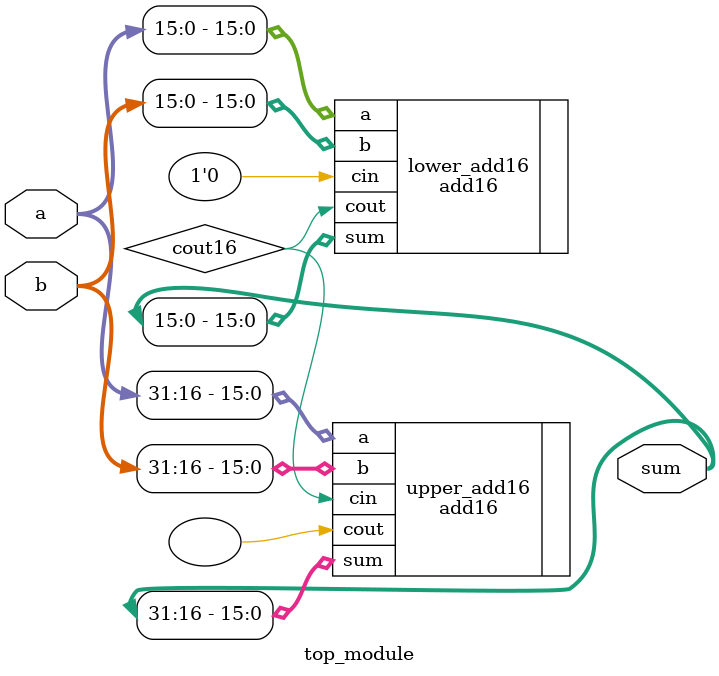
<source format=v>
module top_module (
    input [31:0] a,
    input [31:0] b,
    output [31:0] sum
);
    wire cout16;

    // Instantiate the first 16-bit adder for lower 16 bits
    add16 lower_add16 (
        .a(a[15:0]),
        .b(b[15:0]),
        .cin(1'b0),       // No carry-in for the lower 16 bits
        .sum(sum[15:0]),
        .cout(cout16)
    );

    // Instantiate the second 16-bit adder for upper 16 bits
    add16 upper_add16 (
        .a(a[31:16]),
        .b(b[31:16]),
        .cin(cout16),     // Carry from the lower 16 bits
        .sum(sum[31:16]),
        .cout()           // We don't care about the final carry-out
    );

endmodule
</source>
